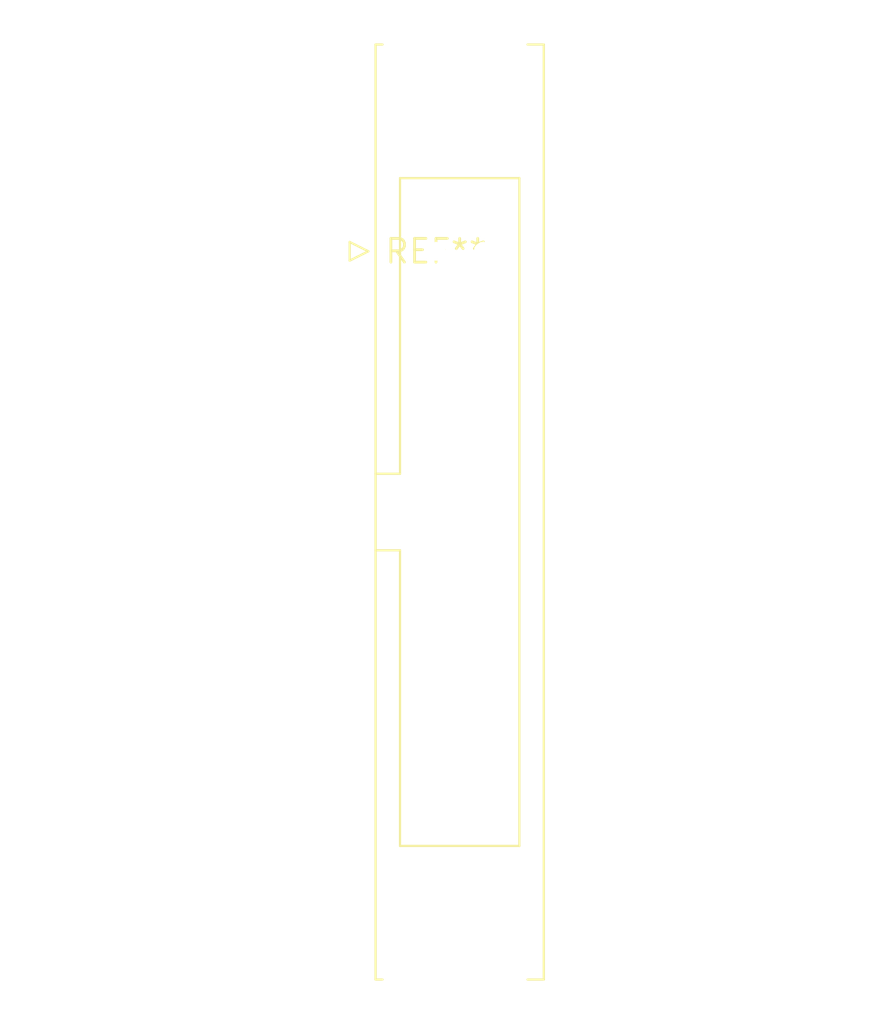
<source format=kicad_pcb>
(kicad_pcb (version 20240108) (generator pcbnew)
  (layers (0 "F.Cu" signal) (31 "B.Cu" signal) (34 "B.Paste" user) (35 "F.Paste" user) (36 "B.SilkS" user "B.Silkscreen") (37 "F.SilkS" user "F.Silkscreen") (38 "B.Mask" user) (39 "F.Mask" user) (44 "Edge.Cuts" user))
  (net 0 "")
  (footprint "IDC-Header_2x12-1MP_P2.54mm_Latch_Vertical" (layer "F.Cu") (at 0 0)
    (property "Reference" "REF**")
    (property "Value" "IDC-Header_2x12-1MP_P2.54mm_Latch_Vertical")
    (fp_line (start -4.63 -0.5) (end -4.63 0.5) (layer "F.SilkS") (stroke (width 0.12)))
    (fp_line (start -4.63 0.5) (end -3.63 0) (layer "F.SilkS") (stroke (width 0.12)))
    (fp_line (start -3.63 0) (end -4.63 -0.5) (layer "F.SilkS") (stroke (width 0.12)))
    (fp_line (start -3.24 -11.08) (end -3.24 39.02) (layer "F.SilkS") (stroke (width 0.12)))
    (fp_line (start -3.24 11.92) (end -1.93 11.92) (layer "F.SilkS") (stroke (width 0.12)))
    (fp_line (start -3.24 39.02) (end -2.87 39.02) (layer "F.SilkS") (stroke (width 0.12)))
    (fp_line (start -2.87 -11.08) (end -3.24 -11.08) (layer "F.SilkS") (stroke (width 0.12)))
    (fp_line (start -1.93 -3.92) (end 4.47 -3.92) (layer "F.SilkS") (stroke (width 0.12)))
    (fp_line (start -1.93 11.92) (end -1.93 -3.92) (layer "F.SilkS") (stroke (width 0.12)))
    (fp_line (start -1.93 16.02) (end -3.24 16.02) (layer "F.SilkS") (stroke (width 0.12)))
    (fp_line (start -1.93 16.02) (end -1.93 16.02) (layer "F.SilkS") (stroke (width 0.12)))
    (fp_line (start -1.93 31.86) (end -1.93 16.02) (layer "F.SilkS") (stroke (width 0.12)))
    (fp_line (start 4.47 -3.92) (end 4.47 31.86) (layer "F.SilkS") (stroke (width 0.12)))
    (fp_line (start 4.47 31.86) (end -1.93 31.86) (layer "F.SilkS") (stroke (width 0.12)))
    (fp_line (start 4.91 -11.08) (end 5.78 -11.08) (layer "F.SilkS") (stroke (width 0.12)))
    (fp_line (start 5.78 -11.08) (end 5.78 39.02) (layer "F.SilkS") (stroke (width 0.12)))
    (fp_line (start 5.78 39.02) (end 4.91 39.02) (layer "F.SilkS") (stroke (width 0.12)))
    (pad "1" thru_hole roundrect (at 0 0) (size 1.7 1.7) (drill 1) (layers *.Cu *.Mask) (remove_unused_layers) (roundrect_rratio 0.147059))
    (pad "2" thru_hole circle (at 2.54 0) (size 1.7 1.7) (drill 1) (layers *.Cu *.Mask) (remove_unused_layers))
    (pad "3" thru_hole circle (at 0 2.54) (size 1.7 1.7) (drill 1) (layers *.Cu *.Mask) (remove_unused_layers))
    (pad "4" thru_hole circle (at 2.54 2.54) (size 1.7 1.7) (drill 1) (layers *.Cu *.Mask) (remove_unused_layers))
    (pad "5" thru_hole circle (at 0 5.08) (size 1.7 1.7) (drill 1) (layers *.Cu *.Mask) (remove_unused_layers))
    (pad "6" thru_hole circle (at 2.54 5.08) (size 1.7 1.7) (drill 1) (layers *.Cu *.Mask) (remove_unused_layers))
    (pad "7" thru_hole circle (at 0 7.62) (size 1.7 1.7) (drill 1) (layers *.Cu *.Mask) (remove_unused_layers))
    (pad "8" thru_hole circle (at 2.54 7.62) (size 1.7 1.7) (drill 1) (layers *.Cu *.Mask) (remove_unused_layers))
    (pad "9" thru_hole circle (at 0 10.16) (size 1.7 1.7) (drill 1) (layers *.Cu *.Mask) (remove_unused_layers))
    (pad "10" thru_hole circle (at 2.54 10.16) (size 1.7 1.7) (drill 1) (layers *.Cu *.Mask) (remove_unused_layers))
    (pad "11" thru_hole circle (at 0 12.7) (size 1.7 1.7) (drill 1) (layers *.Cu *.Mask) (remove_unused_layers))
    (pad "12" thru_hole circle (at 2.54 12.7) (size 1.7 1.7) (drill 1) (layers *.Cu *.Mask) (remove_unused_layers))
    (pad "13" thru_hole circle (at 0 15.24) (size 1.7 1.7) (drill 1) (layers *.Cu *.Mask) (remove_unused_layers))
    (pad "14" thru_hole circle (at 2.54 15.24) (size 1.7 1.7) (drill 1) (layers *.Cu *.Mask) (remove_unused_layers))
    (pad "15" thru_hole circle (at 0 17.78) (size 1.7 1.7) (drill 1) (layers *.Cu *.Mask) (remove_unused_layers))
    (pad "16" thru_hole circle (at 2.54 17.78) (size 1.7 1.7) (drill 1) (layers *.Cu *.Mask) (remove_unused_layers))
    (pad "17" thru_hole circle (at 0 20.32) (size 1.7 1.7) (drill 1) (layers *.Cu *.Mask) (remove_unused_layers))
    (pad "18" thru_hole circle (at 2.54 20.32) (size 1.7 1.7) (drill 1) (layers *.Cu *.Mask) (remove_unused_layers))
    (pad "19" thru_hole circle (at 0 22.86) (size 1.7 1.7) (drill 1) (layers *.Cu *.Mask) (remove_unused_layers))
    (pad "20" thru_hole circle (at 2.54 22.86) (size 1.7 1.7) (drill 1) (layers *.Cu *.Mask) (remove_unused_layers))
    (pad "21" thru_hole circle (at 0 25.4) (size 1.7 1.7) (drill 1) (layers *.Cu *.Mask) (remove_unused_layers))
    (pad "22" thru_hole circle (at 2.54 25.4) (size 1.7 1.7) (drill 1) (layers *.Cu *.Mask) (remove_unused_layers))
    (pad "23" thru_hole circle (at 0 27.94) (size 1.7 1.7) (drill 1) (layers *.Cu *.Mask) (remove_unused_layers))
    (pad "24" thru_hole circle (at 2.54 27.94) (size 1.7 1.7) (drill 1) (layers *.Cu *.Mask) (remove_unused_layers))
    (pad "MP" thru_hole circle (at 1.02 -8.94) (size 8 8) (drill 2.69) (layers *.Cu *.Mask) (remove_unused_layers))
    (pad "MP" thru_hole circle (at 1.02 36.88) (size 8 8) (drill 2.69) (layers *.Cu *.Mask) (remove_unused_layers))
  )
)
</source>
